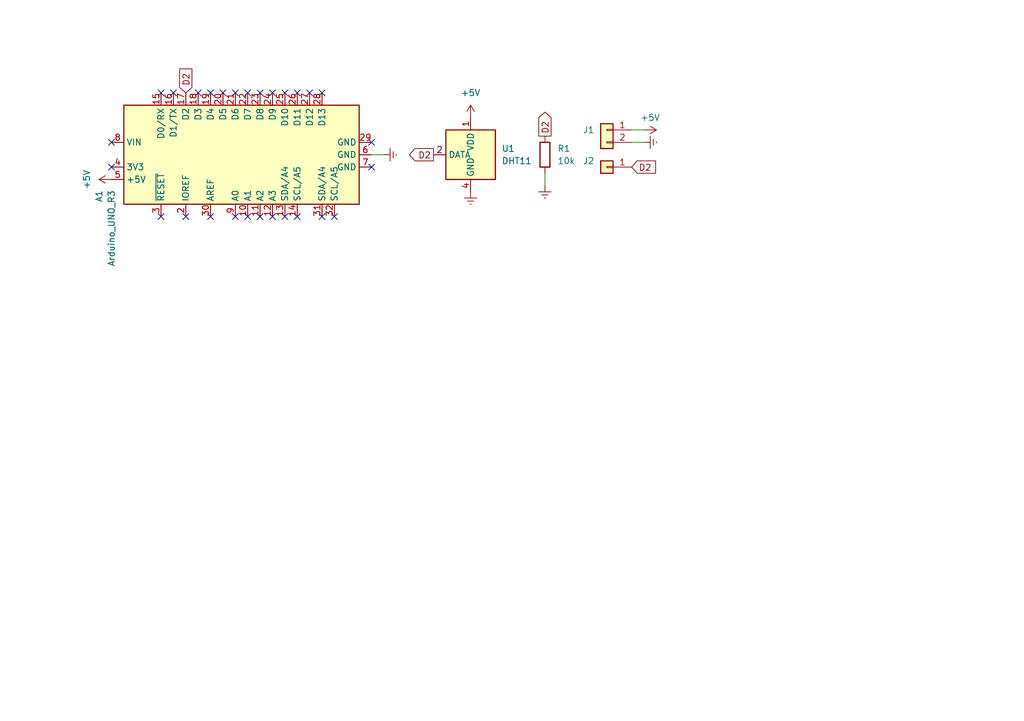
<source format=kicad_sch>
(kicad_sch (version 20231120) (generator "eeschema") (generator_version "8.0")
  (paper "A5")
  (lib_symbols
    (symbol "Connector_Generic:Conn_01x01" (pin_names (offset 1.016) hide)
      (property "Reference" "J" (at 0 2.54 0))
      (property "Value" "Conn_01x01" (at 0 -2.54 0))
      (symbol "Conn_01x01_1_1"
        (rectangle (start -1.27 0.127) (end 0 -0.127) (stroke (width 0.1524)))
        (rectangle (start -1.27 1.27) (end 1.27 -1.27) (stroke (width 0.254)) (fill (type background)))
        (pin passive line (at -5.08 0 0) (length 3.81) (name "Pin_1") (number "1"))
      )
    )
    (symbol "Connector_Generic:Conn_01x02" (pin_names (offset 1.016) hide)
      (property "Reference" "J" (at 0 2.54 0))
      (property "Value" "Conn_01x02" (at 0 -5.08 0))
      (symbol "Conn_01x02_1_1"
        (rectangle (start -1.27 -2.413) (end 0 -2.667) (stroke (width 0.1524)))
        (rectangle (start -1.27 0.127) (end 0 -0.127) (stroke (width 0.1524)))
        (rectangle (start -1.27 1.27) (end 1.27 -3.81) (stroke (width 0.254)) (fill (type background)))
        (pin passive line (at -5.08 0 0) (length 3.81) (name "Pin_1") (number "1"))
        (pin passive line (at -5.08 -2.54 0) (length 3.81) (name "Pin_2") (number "2"))
      )
    )
    (symbol "Device:R" (pin_numbers hide) (pin_names (offset 0))
      (property "Reference" "R" (at 2.032 0 90))
      (property "Value" "R" (at 0 0 90))
      (symbol "R_0_1"
        (rectangle (start -1.016 -2.54) (end 1.016 2.54) (stroke (width 0.254)))
      )
      (symbol "R_1_1"
        (pin passive line (at 0 3.81 270) (length 1.27) (name "~") (number "1"))
        (pin passive line (at 0 -3.81 90) (length 1.27) (name "~") (number "2"))
      )
    )
    (symbol "MCU_Module:Arduino_UNO_R3"
      (property "Reference" "A" (at -10.16 23.495 0))
      (property "Value" "Arduino_UNO_R3" (at 5.08 -26.67 0))
      (symbol "Arduino_UNO_R3_0_1"
        (rectangle (start -10.16 22.86) (end 10.16 -25.4) (stroke (width 0.254)) (fill (type background)))
      )
      (symbol "Arduino_UNO_R3_1_1"
        (pin no_connect line (at -10.16 -20.32 0) (length 2.54) hide (name "NC") (number "1"))
        (pin bidirectional line (at 12.7 -2.54 180) (length 2.54) (name "A1") (number "10"))
        (pin bidirectional line (at 12.7 -5.08 180) (length 2.54) (name "A2") (number "11"))
        (pin bidirectional line (at 12.7 -7.62 180) (length 2.54) (name "A3") (number "12"))
        (pin bidirectional line (at 12.7 -10.16 180) (length 2.54) (name "SDA/A4") (number "13"))
        (pin bidirectional line (at 12.7 -12.7 180) (length 2.54) (name "SCL/A5") (number "14"))
        (pin bidirectional line (at -12.7 15.24 0) (length 2.54) (name "D0/RX") (number "15"))
        (pin bidirectional line (at -12.7 12.7 0) (length 2.54) (name "D1/TX") (number "16"))
        (pin bidirectional line (at -12.7 10.16 0) (length 2.54) (name "D2") (number "17"))
        (pin bidirectional line (at -12.7 7.62 0) (length 2.54) (name "D3") (number "18"))
        (pin bidirectional line (at -12.7 5.08 0) (length 2.54) (name "D4") (number "19"))
        (pin output line (at 12.7 10.16 180) (length 2.54) (name "IOREF") (number "2"))
        (pin bidirectional line (at -12.7 2.54 0) (length 2.54) (name "D5") (number "20"))
        (pin bidirectional line (at -12.7 0 0) (length 2.54) (name "D6") (number "21"))
        (pin bidirectional line (at -12.7 -2.54 0) (length 2.54) (name "D7") (number "22"))
        (pin bidirectional line (at -12.7 -5.08 0) (length 2.54) (name "D8") (number "23"))
        (pin bidirectional line (at -12.7 -7.62 0) (length 2.54) (name "D9") (number "24"))
        (pin bidirectional line (at -12.7 -10.16 0) (length 2.54) (name "D10") (number "25"))
        (pin bidirectional line (at -12.7 -12.7 0) (length 2.54) (name "D11") (number "26"))
        (pin bidirectional line (at -12.7 -15.24 0) (length 2.54) (name "D12") (number "27"))
        (pin bidirectional line (at -12.7 -17.78 0) (length 2.54) (name "D13") (number "28"))
        (pin power_in line (at -2.54 -27.94 90) (length 2.54) (name "GND") (number "29"))
        (pin input line (at 12.7 15.24 180) (length 2.54) (name "~{RESET}") (number "3"))
        (pin input line (at 12.7 5.08 180) (length 2.54) (name "AREF") (number "30"))
        (pin bidirectional line (at 12.7 -17.78 180) (length 2.54) (name "SDA/A4") (number "31"))
        (pin bidirectional line (at 12.7 -20.32 180) (length 2.54) (name "SCL/A5") (number "32"))
        (pin power_out line (at 2.54 25.4 270) (length 2.54) (name "3V3") (number "4"))
        (pin power_out line (at 5.08 25.4 270) (length 2.54) (name "+5V") (number "5"))
        (pin power_in line (at 0 -27.94 90) (length 2.54) (name "GND") (number "6"))
        (pin power_in line (at 2.54 -27.94 90) (length 2.54) (name "GND") (number "7"))
        (pin power_in line (at -2.54 25.4 270) (length 2.54) (name "VIN") (number "8"))
        (pin bidirectional line (at 12.7 0 180) (length 2.54) (name "A0") (number "9"))
      )
    )
    (symbol "Sensor:DHT11"
      (property "Reference" "U" (at -3.81 6.35 0))
      (property "Value" "DHT11" (at 3.81 6.35 0))
      (symbol "DHT11_0_1"
        (rectangle (start -5.08 5.08) (end 5.08 -5.08) (stroke (width 0.254)) (fill (type background)))
      )
      (symbol "DHT11_1_1"
        (pin power_in line (at 0 7.62 270) (length 2.54) (name "VDD") (number "1"))
        (pin bidirectional line (at 7.62 0 180) (length 2.54) (name "DATA") (number "2"))
        (pin no_connect line (at -5.08 0 0) (length 2.54) hide (name "NC") (number "3"))
        (pin power_in line (at 0 -7.62 90) (length 2.54) (name "GND") (number "4"))
      )
    )
    (symbol "power:+5V" (power) (pin_numbers hide) (pin_names (offset 0) hide)
      (property "Value" "+5V" (at 0 3.556 0))
      (symbol "+5V_0_1"
        (polyline (pts (xy -0.762 1.27) (xy 0 2.54)))
        (polyline (pts (xy 0 0) (xy 0 2.54)))
        (polyline (pts (xy 0 2.54) (xy 0.762 1.27)))
      )
      (symbol "+5V_1_1"
        (pin power_in line (at 0 0 90) (length 0) (name "~") (number "1"))
      )
    )
    (symbol "power:GNDREF" (power) (pin_numbers hide) (pin_names (offset 0) hide)
      (property "Value" "GNDREF" (at 0 -3.81 0))
      (symbol "GNDREF_0_1"
        (polyline (pts (xy -0.635 -1.905) (xy 0.635 -1.905)))
        (polyline (pts (xy -0.127 -2.54) (xy 0.127 -2.54)))
        (polyline (pts (xy 0 -1.27) (xy 0 0)))
        (polyline (pts (xy 1.27 -1.27) (xy -1.27 -1.27)))
      )
      (symbol "GNDREF_1_1"
        (pin power_in line (at 0 0 270) (length 0) (name "~") (number "1"))
      )
    )
  )
  (no_connect (at 66.04 19.05))
  (no_connect (at 66.04 44.45))
  (no_connect (at 60.96 19.05))
  (no_connect (at 55.88 44.45))
  (no_connect (at 35.56 19.05))
  (no_connect (at 60.96 44.45))
  (no_connect (at 76.2 29.21))
  (no_connect (at 43.18 44.45))
  (no_connect (at 38.1 44.45))
  (no_connect (at 63.5 19.05))
  (no_connect (at 40.64 19.05))
  (no_connect (at 68.58 44.45))
  (no_connect (at 45.72 19.05))
  (no_connect (at 48.26 44.45))
  (no_connect (at 22.86 29.21))
  (no_connect (at 22.86 34.29))
  (no_connect (at 58.42 44.45))
  (no_connect (at 58.42 19.05))
  (no_connect (at 55.88 19.05))
  (no_connect (at 43.18 19.05))
  (no_connect (at 33.02 19.05))
  (no_connect (at 53.34 44.45))
  (no_connect (at 48.26 19.05))
  (no_connect (at 50.8 19.05))
  (no_connect (at 50.8 44.45))
  (no_connect (at 53.34 19.05))
  (no_connect (at 76.2 34.29))
  (no_connect (at 33.02 44.45))
  (wire (pts (xy 132.08 29.21) (xy 129.54 29.21)))
  (wire (pts (xy 111.76 35.56) (xy 111.76 38.1)))
  (wire (pts (xy 132.08 26.67) (xy 129.54 26.67)))
  (wire (pts (xy 76.2 31.75) (xy 78.74 31.75)))
  (global_label "D2" (shape input) (at 38.1 19.05 90) (property "Intersheetrefs" "${INTERSHEET_REFS}" (effects (hide yes))))
  (global_label "D2" (shape output) (at 88.9 31.75 180) (property "Intersheetrefs" "${INTERSHEET_REFS}" (effects (hide yes))))
  (global_label "D2" (shape input) (at 129.54 34.29 0) (property "Intersheetrefs" "${INTERSHEET_REFS}" (effects (hide yes))))
  (global_label "D2" (shape output) (at 111.76 27.94 90) (property "Intersheetrefs" "${INTERSHEET_REFS}" (effects (hide yes))))
  (symbol (lib_id "Connector_Generic:Conn_01x01") (at 124.46 34.29 0) (mirror y) (unit 1)
    (property "Reference" "J2" (at 121.92 33.0199 0) (effects (justify left)))
    (property "Value" "D2" (effects (hide yes)))
    (property "Footprint" "Connector_PinHeader_2.00mm:PinHeader_1x01_P2.00mm_Vertical" (effects (hide yes)))
    (property "Description" "Generic connector, single row, 01x01, script generated (kicad-library-utils/schlib/autogen/connector/)" (effects (hide yes)))
  )
  (symbol (lib_id "MCU_Module:Arduino_UNO_R3") (at 48.26 31.75 90) (mirror x) (unit 1) (on_board no)
    (property "Reference" "A1" (at 20.32 39.0241 0) (effects (justify left)))
    (property "Value" "Arduino_UNO_R3" (at 22.86 39.0241 0) (effects (justify left)))
    (property "Footprint" "Connector_PinHeader_2.54mm:PinHeader_1x01_P2.54mm_Horizontal" (effects (hide yes)))
    (property "Datasheet" "https://www.arduino.cc/en/Main/arduinoBoardUno" (effects (hide yes)))
    (property "Description" "Arduino UNO Microcontroller Module, release 3" (effects (hide yes)))
  )
  (symbol (lib_id "power:GNDREF") (at 96.52 39.37 0) (unit 1) (on_board no)
    (property "Reference" "#PWR05" (effects (hide yes)))
    (property "Value" "GNDREF" (effects (hide yes)))
    (property "Description" "Power symbol creates a global label with name \"GNDREF\" , reference supply ground" (effects (hide yes)))
  )
  (symbol (lib_id "power:+5V") (at 22.86 36.83 90) (unit 1) (on_board no)
    (property "Reference" "#PWR01" (effects (hide yes)))
    (property "Value" "+5V" (at 17.78 36.83 0))
    (property "Description" "Power symbol creates a global label with name \"+5V\"" (effects (hide yes)))
  )
  (symbol (lib_id "power:+5V") (at 132.08 26.67 270) (mirror x) (unit 1)
    (property "Reference" "#PWR06" (effects (hide yes)))
    (property "Value" "+5V" (at 133.35 24.13 90))
    (property "Description" "Power symbol creates a global label with name \"+5V\"" (effects (hide yes)))
  )
  (symbol (lib_id "power:+5V") (at 96.52 24.13 0) (unit 1)
    (property "Reference" "#PWR03" (effects (hide yes)))
    (property "Value" "+5V" (at 96.52 19.05 0))
    (property "Description" "Power symbol creates a global label with name \"+5V\"" (effects (hide yes)))
  )
  (symbol (lib_id "Sensor:DHT11") (at 96.52 31.75 0) (mirror y) (unit 1)
    (property "Reference" "U1" (at 102.87 30.4799 0) (effects (justify right)))
    (property "Value" "DHT11" (at 102.87 33.0199 0) (effects (justify right)))
    (property "Footprint" "Connector_PinSocket_2.54mm:PinSocket_1x04_P2.54mm_Vertical" (effects (hide yes)))
    (property "Datasheet" "http://akizukidenshi.com/download/ds/aosong/DHT11.pdf" (effects (hide yes)))
    (property "Description" "3.3V to 5.5V, temperature and humidity module, DHT11" (effects (hide yes)))
  )
  (symbol (lib_id "Connector_Generic:Conn_01x02") (at 124.46 26.67 0) (mirror y) (unit 1)
    (property "Reference" "J1" (at 121.92 26.6699 0) (effects (justify left)))
    (property "Value" "POWER" (effects (hide yes)))
    (property "Footprint" "Connector_PinHeader_2.54mm:PinHeader_1x02_P2.54mm_Vertical" (effects (hide yes)))
    (property "Description" "Generic connector, single row, 01x02, script generated (kicad-library-utils/schlib/autogen/connector/)" (effects (hide yes)))
  )
  (symbol (lib_id "Device:R") (at 111.76 31.75 0) (unit 1)
    (property "Reference" "R1" (at 114.3 30.4799 0) (effects (justify left)))
    (property "Value" "10k" (at 114.3 33.0199 0) (effects (justify left)))
    (property "Footprint" "Resistor_THT:R_Axial_DIN0207_L6.3mm_D2.5mm_P10.16mm_Horizontal" (effects (hide yes)))
    (property "Description" "Resistor" (effects (hide yes)))
  )
  (symbol (lib_id "power:GNDREF") (at 111.76 38.1 0) (unit 1)
    (property "Reference" "#PWR04" (effects (hide yes)))
    (property "Value" "GNDREF" (effects (hide yes)))
    (property "Description" "Power symbol creates a global label with name \"GNDREF\" , reference supply ground" (effects (hide yes)))
  )
  (symbol (lib_id "power:GNDREF") (at 78.74 31.75 90) (unit 1)
    (property "Reference" "#PWR02" (effects (hide yes)))
    (property "Value" "GNDREF" (effects (hide yes)))
    (property "Description" "Power symbol creates a global label with name \"GNDREF\" , reference supply ground" (effects (hide yes)))
  )
  (symbol (lib_id "power:GNDREF") (at 132.08 29.21 90) (mirror x) (unit 1) (on_board no)
    (property "Reference" "#PWR07" (effects (hide yes)))
    (property "Value" "GNDREF" (effects (hide yes)))
    (property "Description" "Power symbol creates a global label with name \"GNDREF\" , reference supply ground" (effects (hide yes)))
  )
)
</source>
